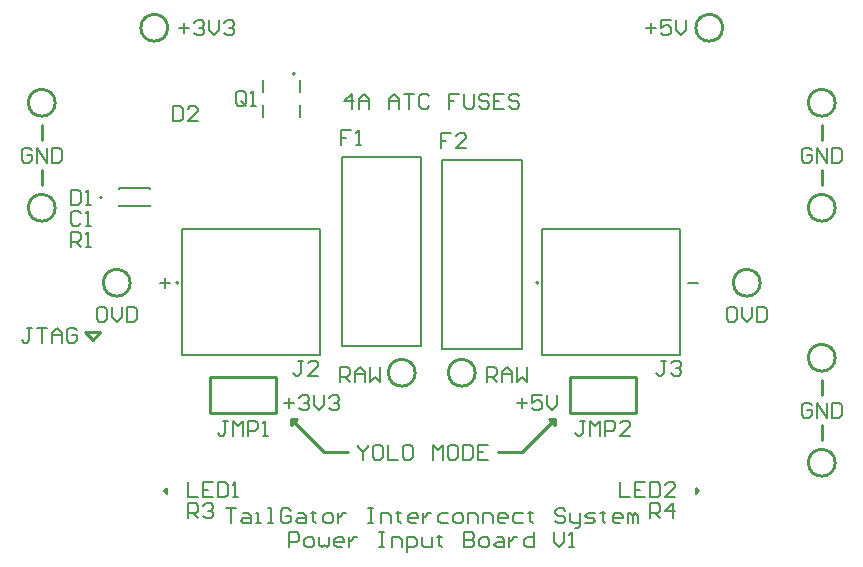
<source format=gto>
G04*
G04 #@! TF.GenerationSoftware,Altium Limited,Altium Designer,24.0.1 (36)*
G04*
G04 Layer_Color=65535*
%FSLAX44Y44*%
%MOMM*%
G71*
G04*
G04 #@! TF.SameCoordinates,516FB9ED-FB34-4965-85CA-DC03E0874189*
G04*
G04*
G04 #@! TF.FilePolarity,Positive*
G04*
G01*
G75*
%ADD10C,0.2540*%
%ADD11C,0.2000*%
%ADD12C,0.1270*%
%ADD13C,0.2032*%
D10*
X341559Y-44450D02*
G03*
X341559Y-44450I-11359J0D01*
G01*
X-318841D02*
G03*
X-318841Y-44450I-11359J0D01*
G01*
Y44450D02*
G03*
X-318841Y44450I-11359J0D01*
G01*
X278059Y-107950D02*
G03*
X278059Y-107950I-11359J0D01*
G01*
X-255341D02*
G03*
X-255341Y-107950I-11359J0D01*
G01*
X341559Y44450D02*
G03*
X341559Y44450I-11359J0D01*
G01*
X246309Y107950D02*
G03*
X246309Y107950I-11359J0D01*
G01*
X-223591D02*
G03*
X-223591Y107950I-11359J0D01*
G01*
X341559Y-260350D02*
G03*
X341559Y-260350I-11359J0D01*
G01*
Y-171450D02*
G03*
X341559Y-171450I-11359J0D01*
G01*
X36759Y-184150D02*
G03*
X36759Y-184150I-11359J0D01*
G01*
X-14041D02*
G03*
X-14041Y-184150I-11359J0D01*
G01*
X-287020Y-156210D02*
X-280670Y-149860D01*
X-293370D02*
X-280670D01*
X-293370D02*
X-287020Y-156210D01*
X330054Y-25268D02*
Y-12568D01*
X330200Y12700D02*
Y25400D01*
X-330346Y-25268D02*
Y-12568D01*
X-330200Y12700D02*
Y25400D01*
X-91440Y-251460D02*
X-71120D01*
X-119380Y-223520D02*
X-91440Y-251460D01*
X-119380Y-223520D02*
X-114300D01*
X-119380Y-228600D02*
X-114300Y-223520D01*
X-119380Y-228600D02*
Y-223520D01*
X104140Y-228600D02*
Y-223520D01*
X99060D02*
X104140Y-228600D01*
X99060Y-223520D02*
X104140D01*
X76200Y-251460D02*
X104140Y-223520D01*
X55880Y-251460D02*
X76200D01*
X330200Y-203200D02*
Y-190500D01*
X330054Y-241168D02*
Y-228468D01*
X-170180Y-218440D02*
X-132080D01*
Y-187960D01*
X-187960D02*
X-132080D01*
X-187960Y-218440D02*
Y-187960D01*
Y-218440D02*
X-170180D01*
X134620D02*
X172720D01*
Y-187960D01*
X116840D02*
X172720D01*
X116840Y-218440D02*
Y-187960D01*
Y-218440D02*
X134620D01*
D11*
X-116000Y69050D02*
G03*
X-116000Y69050I-1000J0D01*
G01*
X90300Y-107950D02*
G03*
X90300Y-107950I-1000J0D01*
G01*
X-214500D02*
G03*
X-214500Y-107950I-1000J0D01*
G01*
X-278960Y-35560D02*
G03*
X-278960Y-35560I-1000J0D01*
G01*
D12*
X-76050Y-161350D02*
Y-1350D01*
X-8750D01*
Y-161350D02*
Y-1350D01*
X-76050Y-161350D02*
X-8750D01*
X-226617Y-284279D02*
X-224117Y-281779D01*
Y-286779D02*
Y-281779D01*
X-226617Y-284279D02*
X-224117Y-286779D01*
X223995Y-286850D02*
X226495Y-284350D01*
X223995Y-286850D02*
Y-281850D01*
X226495Y-284350D01*
X-142500Y32550D02*
Y42550D01*
Y63550D02*
X-142500Y53550D01*
X-111500Y32550D02*
Y42550D01*
Y63550D02*
X-111500Y53550D01*
X93750Y-168910D02*
X210590D01*
Y-62230D01*
X93750D02*
X210590D01*
X93750Y-168910D02*
Y-62230D01*
X-211050Y-168910D02*
X-94210D01*
Y-62230D01*
X-211050D02*
X-94210D01*
X-211050Y-168910D02*
Y-62230D01*
X-238210Y-43310D02*
Y-42350D01*
Y-28770D02*
Y-27810D01*
X-264710Y-43310D02*
Y-42350D01*
Y-28770D02*
Y-27810D01*
Y-43310D02*
X-238210D01*
X-264710Y-27810D02*
X-238210D01*
X8750Y-163750D02*
X76050D01*
Y-3750D01*
X8750D02*
X76050D01*
X8750Y-163750D02*
Y-3750D01*
D13*
X-338662Y-146052D02*
X-342894D01*
X-340778D01*
Y-156632D01*
X-342894Y-158748D01*
X-345010D01*
X-347126Y-156632D01*
X-334430Y-146052D02*
X-325966D01*
X-330198D01*
Y-158748D01*
X-321734D02*
Y-150284D01*
X-317502Y-146052D01*
X-313270Y-150284D01*
Y-158748D01*
Y-152400D01*
X-321734D01*
X-300574Y-148168D02*
X-302690Y-146052D01*
X-306922D01*
X-309038Y-148168D01*
Y-156632D01*
X-306922Y-158748D01*
X-302690D01*
X-300574Y-156632D01*
Y-152400D01*
X-304806D01*
X321736Y4232D02*
X319620Y6348D01*
X315388D01*
X313272Y4232D01*
Y-4232D01*
X315388Y-6348D01*
X319620D01*
X321736Y-4232D01*
Y0D01*
X317504D01*
X325968Y-6348D02*
Y6348D01*
X334432Y-6348D01*
Y6348D01*
X338664D02*
Y-6348D01*
X345012D01*
X347128Y-4232D01*
Y4232D01*
X345012Y6348D01*
X338664D01*
X-338664Y4232D02*
X-340780Y6348D01*
X-345012D01*
X-347128Y4232D01*
Y-4232D01*
X-345012Y-6348D01*
X-340780D01*
X-338664Y-4232D01*
Y0D01*
X-342896D01*
X-334432Y-6348D02*
Y6348D01*
X-325968Y-6348D01*
Y6348D01*
X-321736D02*
Y-6348D01*
X-315388D01*
X-313272Y-4232D01*
Y4232D01*
X-315388Y6348D01*
X-321736D01*
X-124876Y-209550D02*
X-116412D01*
X-120644Y-205318D02*
Y-213782D01*
X-112180Y-205318D02*
X-110064Y-203202D01*
X-105832D01*
X-103716Y-205318D01*
Y-207434D01*
X-105832Y-209550D01*
X-107948D01*
X-105832D01*
X-103716Y-211666D01*
Y-213782D01*
X-105832Y-215898D01*
X-110064D01*
X-112180Y-213782D01*
X-99484Y-203202D02*
Y-211666D01*
X-95252Y-215898D01*
X-91020Y-211666D01*
Y-203202D01*
X-86788Y-205318D02*
X-84672Y-203202D01*
X-80440D01*
X-78324Y-205318D01*
Y-207434D01*
X-80440Y-209550D01*
X-82556D01*
X-80440D01*
X-78324Y-211666D01*
Y-213782D01*
X-80440Y-215898D01*
X-84672D01*
X-86788Y-213782D01*
X71972Y-209550D02*
X80436D01*
X76204Y-205318D02*
Y-213782D01*
X93132Y-203202D02*
X84668D01*
Y-209550D01*
X88900Y-207434D01*
X91016D01*
X93132Y-209550D01*
Y-213782D01*
X91016Y-215898D01*
X86784D01*
X84668Y-213782D01*
X97364Y-203202D02*
Y-211666D01*
X101596Y-215898D01*
X105828Y-211666D01*
Y-203202D01*
X-62635Y-245112D02*
Y-247228D01*
X-58404Y-251460D01*
X-54172Y-247228D01*
Y-245112D01*
X-58404Y-251460D02*
Y-257808D01*
X-43592Y-245112D02*
X-47824D01*
X-49940Y-247228D01*
Y-255692D01*
X-47824Y-257808D01*
X-43592D01*
X-41476Y-255692D01*
Y-247228D01*
X-43592Y-245112D01*
X-37244D02*
Y-257808D01*
X-28780D01*
X-18200Y-245112D02*
X-22432D01*
X-24548Y-247228D01*
Y-255692D01*
X-22432Y-257808D01*
X-18200D01*
X-16084Y-255692D01*
Y-247228D01*
X-18200Y-245112D01*
X844Y-257808D02*
Y-245112D01*
X5076Y-249344D01*
X9308Y-245112D01*
Y-257808D01*
X19888Y-245112D02*
X15656D01*
X13540Y-247228D01*
Y-255692D01*
X15656Y-257808D01*
X19888D01*
X22004Y-255692D01*
Y-247228D01*
X19888Y-245112D01*
X26236D02*
Y-257808D01*
X32584D01*
X34700Y-255692D01*
Y-247228D01*
X32584Y-245112D01*
X26236D01*
X47396D02*
X38932D01*
Y-257808D01*
X47396D01*
X38932Y-251460D02*
X43163D01*
X-120611Y-331892D02*
Y-319196D01*
X-114263D01*
X-112147Y-321312D01*
Y-325544D01*
X-114263Y-327660D01*
X-120611D01*
X-105799Y-331892D02*
X-101567D01*
X-99451Y-329776D01*
Y-325544D01*
X-101567Y-323428D01*
X-105799D01*
X-107915Y-325544D01*
Y-329776D01*
X-105799Y-331892D01*
X-95219Y-323428D02*
Y-329776D01*
X-93103Y-331892D01*
X-90987Y-329776D01*
X-88871Y-331892D01*
X-86755Y-329776D01*
Y-323428D01*
X-76175Y-331892D02*
X-80407D01*
X-82523Y-329776D01*
Y-325544D01*
X-80407Y-323428D01*
X-76175D01*
X-74059Y-325544D01*
Y-327660D01*
X-82523D01*
X-69827Y-323428D02*
Y-331892D01*
Y-327660D01*
X-67711Y-325544D01*
X-65595Y-323428D01*
X-63479D01*
X-44436Y-319196D02*
X-40204D01*
X-42320D01*
Y-331892D01*
X-44436D01*
X-40204D01*
X-33856D02*
Y-323428D01*
X-27508D01*
X-25392Y-325544D01*
Y-331892D01*
X-21160Y-336124D02*
Y-323428D01*
X-14812D01*
X-12696Y-325544D01*
Y-329776D01*
X-14812Y-331892D01*
X-21160D01*
X-8464Y-323428D02*
Y-329776D01*
X-6348Y-331892D01*
X0D01*
Y-323428D01*
X6348Y-321312D02*
Y-323428D01*
X4232D01*
X8464D01*
X6348D01*
Y-329776D01*
X8464Y-331892D01*
X27508Y-319196D02*
Y-331892D01*
X33856D01*
X35972Y-329776D01*
Y-327660D01*
X33856Y-325544D01*
X27508D01*
X33856D01*
X35972Y-323428D01*
Y-321312D01*
X33856Y-319196D01*
X27508D01*
X42320Y-331892D02*
X46552D01*
X48668Y-329776D01*
Y-325544D01*
X46552Y-323428D01*
X42320D01*
X40204Y-325544D01*
Y-329776D01*
X42320Y-331892D01*
X55016Y-323428D02*
X59247D01*
X61364Y-325544D01*
Y-331892D01*
X55016D01*
X52899Y-329776D01*
X55016Y-327660D01*
X61364D01*
X65595Y-323428D02*
Y-331892D01*
Y-327660D01*
X67711Y-325544D01*
X69827Y-323428D01*
X71943D01*
X86755Y-319196D02*
Y-331892D01*
X80407D01*
X78291Y-329776D01*
Y-325544D01*
X80407Y-323428D01*
X86755D01*
X103683Y-319196D02*
Y-327660D01*
X107915Y-331892D01*
X112147Y-327660D01*
Y-319196D01*
X116379Y-331892D02*
X120611D01*
X118495D01*
Y-319196D01*
X116379Y-321312D01*
X-174569Y-298876D02*
X-166105D01*
X-170336D01*
Y-311572D01*
X-159757Y-303108D02*
X-155525D01*
X-153409Y-305224D01*
Y-311572D01*
X-159757D01*
X-161873Y-309456D01*
X-159757Y-307340D01*
X-153409D01*
X-149177Y-311572D02*
X-144945D01*
X-147061D01*
Y-303108D01*
X-149177D01*
X-138597Y-311572D02*
X-134365D01*
X-136481D01*
Y-298876D01*
X-138597D01*
X-119553Y-300992D02*
X-121669Y-298876D01*
X-125901D01*
X-128017Y-300992D01*
Y-309456D01*
X-125901Y-311572D01*
X-121669D01*
X-119553Y-309456D01*
Y-305224D01*
X-123785D01*
X-113205Y-303108D02*
X-108973D01*
X-106857Y-305224D01*
Y-311572D01*
X-113205D01*
X-115321Y-309456D01*
X-113205Y-307340D01*
X-106857D01*
X-100509Y-300992D02*
Y-303108D01*
X-102625D01*
X-98393D01*
X-100509D01*
Y-309456D01*
X-98393Y-311572D01*
X-89929D02*
X-85697D01*
X-83581Y-309456D01*
Y-305224D01*
X-85697Y-303108D01*
X-89929D01*
X-92045Y-305224D01*
Y-309456D01*
X-89929Y-311572D01*
X-79349Y-303108D02*
Y-311572D01*
Y-307340D01*
X-77233Y-305224D01*
X-75117Y-303108D01*
X-73001D01*
X-53958Y-298876D02*
X-49726D01*
X-51842D01*
Y-311572D01*
X-53958D01*
X-49726D01*
X-43378D02*
Y-303108D01*
X-37030D01*
X-34914Y-305224D01*
Y-311572D01*
X-28566Y-300992D02*
Y-303108D01*
X-30682D01*
X-26450D01*
X-28566D01*
Y-309456D01*
X-26450Y-311572D01*
X-13754D02*
X-17986D01*
X-20102Y-309456D01*
Y-305224D01*
X-17986Y-303108D01*
X-13754D01*
X-11638Y-305224D01*
Y-307340D01*
X-20102D01*
X-7406Y-303108D02*
Y-311572D01*
Y-307340D01*
X-5290Y-305224D01*
X-3174Y-303108D01*
X-1058D01*
X13754D02*
X7406D01*
X5290Y-305224D01*
Y-309456D01*
X7406Y-311572D01*
X13754D01*
X20102D02*
X24334D01*
X26450Y-309456D01*
Y-305224D01*
X24334Y-303108D01*
X20102D01*
X17986Y-305224D01*
Y-309456D01*
X20102Y-311572D01*
X30682D02*
Y-303108D01*
X37030D01*
X39146Y-305224D01*
Y-311572D01*
X43378D02*
Y-303108D01*
X49726D01*
X51842Y-305224D01*
Y-311572D01*
X62421D02*
X58190D01*
X56073Y-309456D01*
Y-305224D01*
X58190Y-303108D01*
X62421D01*
X64537Y-305224D01*
Y-307340D01*
X56073D01*
X77233Y-303108D02*
X70885D01*
X68769Y-305224D01*
Y-309456D01*
X70885Y-311572D01*
X77233D01*
X83581Y-300992D02*
Y-303108D01*
X81465D01*
X85697D01*
X83581D01*
Y-309456D01*
X85697Y-311572D01*
X113205Y-300992D02*
X111089Y-298876D01*
X106857D01*
X104741Y-300992D01*
Y-303108D01*
X106857Y-305224D01*
X111089D01*
X113205Y-307340D01*
Y-309456D01*
X111089Y-311572D01*
X106857D01*
X104741Y-309456D01*
X117437Y-303108D02*
Y-309456D01*
X119553Y-311572D01*
X125901D01*
Y-313688D01*
X123785Y-315804D01*
X121669D01*
X125901Y-311572D02*
Y-303108D01*
X130133Y-311572D02*
X136481D01*
X138597Y-309456D01*
X136481Y-307340D01*
X132249D01*
X130133Y-305224D01*
X132249Y-303108D01*
X138597D01*
X144945Y-300992D02*
Y-303108D01*
X142829D01*
X147061D01*
X144945D01*
Y-309456D01*
X147061Y-311572D01*
X159757D02*
X155525D01*
X153409Y-309456D01*
Y-305224D01*
X155525Y-303108D01*
X159757D01*
X161873Y-305224D01*
Y-307340D01*
X153409D01*
X166105Y-311572D02*
Y-303108D01*
X168221D01*
X170336Y-305224D01*
Y-311572D01*
Y-305224D01*
X172453Y-303108D01*
X174569Y-305224D01*
Y-311572D01*
X-67711Y39372D02*
Y52068D01*
X-74059Y45720D01*
X-65595D01*
X-61364Y39372D02*
Y47836D01*
X-57132Y52068D01*
X-52899Y47836D01*
Y39372D01*
Y45720D01*
X-61364D01*
X-35972Y39372D02*
Y47836D01*
X-31740Y52068D01*
X-27508Y47836D01*
Y39372D01*
Y45720D01*
X-35972D01*
X-23276Y52068D02*
X-14812D01*
X-19044D01*
Y39372D01*
X-2116Y49952D02*
X-4232Y52068D01*
X-8464D01*
X-10580Y49952D01*
Y41488D01*
X-8464Y39372D01*
X-4232D01*
X-2116Y41488D01*
X23276Y52068D02*
X14812D01*
Y45720D01*
X19044D01*
X14812D01*
Y39372D01*
X27508Y52068D02*
Y41488D01*
X29624Y39372D01*
X33856D01*
X35972Y41488D01*
Y52068D01*
X48668Y49952D02*
X46552Y52068D01*
X42320D01*
X40204Y49952D01*
Y47836D01*
X42320Y45720D01*
X46552D01*
X48668Y43604D01*
Y41488D01*
X46552Y39372D01*
X42320D01*
X40204Y41488D01*
X61364Y52068D02*
X52899D01*
Y39372D01*
X61364D01*
X52899Y45720D02*
X57132D01*
X74059Y49952D02*
X71943Y52068D01*
X67711D01*
X65595Y49952D01*
Y47836D01*
X67711Y45720D01*
X71943D01*
X74059Y43604D01*
Y41488D01*
X71943Y39372D01*
X67711D01*
X65595Y41488D01*
X-77888Y-191768D02*
Y-179072D01*
X-71540D01*
X-69424Y-181188D01*
Y-185420D01*
X-71540Y-187536D01*
X-77888D01*
X-73656D02*
X-69424Y-191768D01*
X-65192D02*
Y-183304D01*
X-60960Y-179072D01*
X-56728Y-183304D01*
Y-191768D01*
Y-185420D01*
X-65192D01*
X-52496Y-179072D02*
Y-191768D01*
X-48264Y-187536D01*
X-44032Y-191768D01*
Y-179072D01*
X46572Y-191768D02*
Y-179072D01*
X52920D01*
X55036Y-181188D01*
Y-185420D01*
X52920Y-187536D01*
X46572D01*
X50804D02*
X55036Y-191768D01*
X59268D02*
Y-183304D01*
X63500Y-179072D01*
X67732Y-183304D01*
Y-191768D01*
Y-185420D01*
X59268D01*
X71964Y-179072D02*
Y-191768D01*
X76196Y-187536D01*
X80428Y-191768D01*
Y-179072D01*
X-277280Y-128272D02*
X-281512D01*
X-283628Y-130388D01*
Y-138852D01*
X-281512Y-140968D01*
X-277280D01*
X-275164Y-138852D01*
Y-130388D01*
X-277280Y-128272D01*
X-270932D02*
Y-136736D01*
X-266700Y-140968D01*
X-262468Y-136736D01*
Y-128272D01*
X-258236D02*
Y-140968D01*
X-251888D01*
X-249772Y-138852D01*
Y-130388D01*
X-251888Y-128272D01*
X-258236D01*
X256120D02*
X251888D01*
X249772Y-130388D01*
Y-138852D01*
X251888Y-140968D01*
X256120D01*
X258236Y-138852D01*
Y-130388D01*
X256120Y-128272D01*
X262468D02*
Y-136736D01*
X266700Y-140968D01*
X270932Y-136736D01*
Y-128272D01*
X275164D02*
Y-140968D01*
X281512D01*
X283628Y-138852D01*
Y-130388D01*
X281512Y-128272D01*
X275164D01*
X-213776Y107950D02*
X-205312D01*
X-209544Y112182D02*
Y103718D01*
X-201080Y112182D02*
X-198964Y114298D01*
X-194732D01*
X-192616Y112182D01*
Y110066D01*
X-194732Y107950D01*
X-196848D01*
X-194732D01*
X-192616Y105834D01*
Y103718D01*
X-194732Y101602D01*
X-198964D01*
X-201080Y103718D01*
X-188384Y114298D02*
Y105834D01*
X-184152Y101602D01*
X-179920Y105834D01*
Y114298D01*
X-175688Y112182D02*
X-173572Y114298D01*
X-169340D01*
X-167224Y112182D01*
Y110066D01*
X-169340Y107950D01*
X-171456D01*
X-169340D01*
X-167224Y105834D01*
Y103718D01*
X-169340Y101602D01*
X-173572D01*
X-175688Y103718D01*
X181192Y107950D02*
X189656D01*
X185424Y112182D02*
Y103718D01*
X202352Y114298D02*
X193888D01*
Y107950D01*
X198120Y110066D01*
X200236D01*
X202352Y107950D01*
Y103718D01*
X200236Y101602D01*
X196004D01*
X193888Y103718D01*
X206584Y114298D02*
Y105834D01*
X210816Y101602D01*
X215048Y105834D01*
Y114298D01*
X321736Y-211668D02*
X319620Y-209552D01*
X315388D01*
X313272Y-211668D01*
Y-220132D01*
X315388Y-222248D01*
X319620D01*
X321736Y-220132D01*
Y-215900D01*
X317504D01*
X325968Y-222248D02*
Y-209552D01*
X334432Y-222248D01*
Y-209552D01*
X338664D02*
Y-222248D01*
X345012D01*
X347128Y-220132D01*
Y-211668D01*
X345012Y-209552D01*
X338664D01*
X216748Y-107950D02*
X225212D01*
X-230292D02*
X-221828D01*
X-226060Y-103718D02*
Y-112182D01*
X129968Y-224792D02*
X125736D01*
X127852D01*
Y-235372D01*
X125736Y-237488D01*
X123620D01*
X121504Y-235372D01*
X134200Y-237488D02*
Y-224792D01*
X138432Y-229024D01*
X142664Y-224792D01*
Y-237488D01*
X146896D02*
Y-224792D01*
X153244D01*
X155360Y-226908D01*
Y-231140D01*
X153244Y-233256D01*
X146896D01*
X168056Y-237488D02*
X159592D01*
X168056Y-229024D01*
Y-226908D01*
X165940Y-224792D01*
X161708D01*
X159592Y-226908D01*
X185000Y-307338D02*
Y-294642D01*
X191348D01*
X193464Y-296758D01*
Y-300990D01*
X191348Y-303106D01*
X185000D01*
X189232D02*
X193464Y-307338D01*
X204044D02*
Y-294642D01*
X197696Y-300990D01*
X206160D01*
X-206160Y-307338D02*
Y-294642D01*
X-199812D01*
X-197696Y-296758D01*
Y-300990D01*
X-199812Y-303106D01*
X-206160D01*
X-201928D02*
X-197696Y-307338D01*
X-193464Y-296758D02*
X-191348Y-294642D01*
X-187116D01*
X-185000Y-296758D01*
Y-298874D01*
X-187116Y-300990D01*
X-189232D01*
X-187116D01*
X-185000Y-303106D01*
Y-305222D01*
X-187116Y-307338D01*
X-191348D01*
X-193464Y-305222D01*
X-305644Y-77468D02*
Y-64772D01*
X-299296D01*
X-297180Y-66888D01*
Y-71120D01*
X-299296Y-73236D01*
X-305644D01*
X-301412D02*
X-297180Y-77468D01*
X-292948D02*
X-288716D01*
X-290832D01*
Y-64772D01*
X-292948Y-66888D01*
X-157480Y44028D02*
Y52492D01*
X-159596Y54608D01*
X-163828D01*
X-165944Y52492D01*
Y44028D01*
X-163828Y41912D01*
X-159596D01*
X-161712Y46144D02*
X-157480Y41912D01*
X-159596D02*
X-157480Y44028D01*
X-153248Y41912D02*
X-149016D01*
X-151132D01*
Y54608D01*
X-153248Y52492D01*
X159604Y-276862D02*
Y-289558D01*
X168068D01*
X180764Y-276862D02*
X172300D01*
Y-289558D01*
X180764D01*
X172300Y-283210D02*
X176532D01*
X184996Y-276862D02*
Y-289558D01*
X191344D01*
X193460Y-287442D01*
Y-278978D01*
X191344Y-276862D01*
X184996D01*
X206156Y-289558D02*
X197692D01*
X206156Y-281094D01*
Y-278978D01*
X204040Y-276862D01*
X199808D01*
X197692Y-278978D01*
X-206580Y-276862D02*
Y-289558D01*
X-198116D01*
X-185420Y-276862D02*
X-193884D01*
Y-289558D01*
X-185420D01*
X-193884Y-283210D02*
X-189652D01*
X-181188Y-276862D02*
Y-289558D01*
X-174840D01*
X-172724Y-287442D01*
Y-278978D01*
X-174840Y-276862D01*
X-181188D01*
X-168492Y-289558D02*
X-164260D01*
X-166376D01*
Y-276862D01*
X-168492Y-278978D01*
X-172716Y-224792D02*
X-176948D01*
X-174832D01*
Y-235372D01*
X-176948Y-237488D01*
X-179064D01*
X-181180Y-235372D01*
X-168484Y-237488D02*
Y-224792D01*
X-164252Y-229024D01*
X-160020Y-224792D01*
Y-237488D01*
X-155788D02*
Y-224792D01*
X-149440D01*
X-147324Y-226908D01*
Y-231140D01*
X-149440Y-233256D01*
X-155788D01*
X-143092Y-237488D02*
X-138860D01*
X-140976D01*
Y-224792D01*
X-143092Y-226908D01*
X198544Y-173992D02*
X194312D01*
X196428D01*
Y-184572D01*
X194312Y-186688D01*
X192196D01*
X190080Y-184572D01*
X202776Y-176108D02*
X204892Y-173992D01*
X209124D01*
X211240Y-176108D01*
Y-178224D01*
X209124Y-180340D01*
X207008D01*
X209124D01*
X211240Y-182456D01*
Y-184572D01*
X209124Y-186688D01*
X204892D01*
X202776Y-184572D01*
X16592Y18792D02*
X8128D01*
Y12444D01*
X12360D01*
X8128D01*
Y6096D01*
X29288D02*
X20824D01*
X29288Y14560D01*
Y16676D01*
X27172Y18792D01*
X22940D01*
X20824Y16676D01*
X-68244Y21332D02*
X-76708D01*
Y14984D01*
X-72476D01*
X-76708D01*
Y8636D01*
X-64012D02*
X-59780D01*
X-61896D01*
Y21332D01*
X-64012Y19216D01*
X-219456Y41652D02*
Y28956D01*
X-213108D01*
X-210992Y31072D01*
Y39536D01*
X-213108Y41652D01*
X-219456D01*
X-198296Y28956D02*
X-206760D01*
X-198296Y37420D01*
Y39536D01*
X-200412Y41652D01*
X-204644D01*
X-206760Y39536D01*
X-305644Y-29212D02*
Y-41908D01*
X-299296D01*
X-297180Y-39792D01*
Y-31328D01*
X-299296Y-29212D01*
X-305644D01*
X-292948Y-41908D02*
X-288716D01*
X-290832D01*
Y-29212D01*
X-292948Y-31328D01*
X-297180Y-49108D02*
X-299296Y-46992D01*
X-303528D01*
X-305644Y-49108D01*
Y-57572D01*
X-303528Y-59688D01*
X-299296D01*
X-297180Y-57572D01*
X-292948Y-59688D02*
X-288716D01*
X-290832D01*
Y-46992D01*
X-292948Y-49108D01*
X-108796Y-173992D02*
X-113028D01*
X-110912D01*
Y-184572D01*
X-113028Y-186688D01*
X-115144D01*
X-117260Y-184572D01*
X-96100Y-186688D02*
X-104564D01*
X-96100Y-178224D01*
Y-176108D01*
X-98216Y-173992D01*
X-102448D01*
X-104564Y-176108D01*
M02*

</source>
